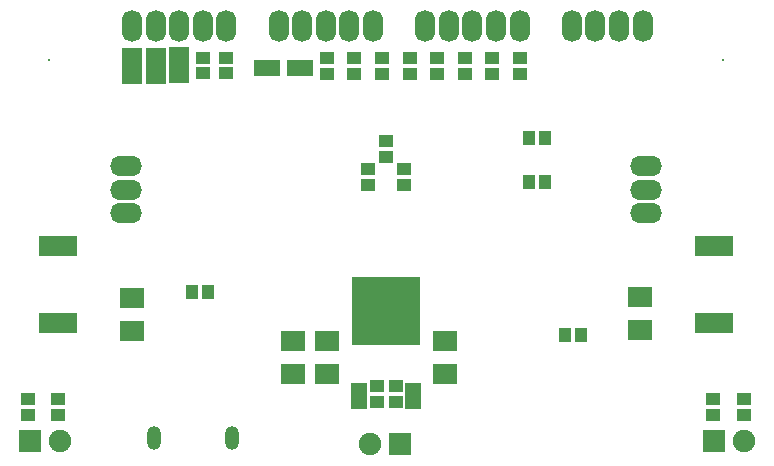
<source format=gbs>
G04 Layer_Color=16711935*
%FSLAX44Y44*%
%MOMM*%
G71*
G01*
G75*
%ADD75R,1.1032X1.2032*%
%ADD76R,1.2032X1.1032*%
%ADD80R,1.1532X1.0532*%
%ADD86R,2.2032X1.4032*%
%ADD91O,1.2032X2.0032*%
%ADD92C,1.9032*%
%ADD93R,1.9032X1.9032*%
%ADD94O,2.7032X1.7032*%
%ADD95O,1.7032X2.7032*%
%ADD96C,0.2032*%
%ADD97R,1.7400X3.0500*%
%ADD98R,3.3032X1.8032*%
%ADD99R,1.4032X2.2032*%
%ADD100R,5.8032X5.8032*%
%ADD101R,2.0032X1.7032*%
%ADD102R,1.7032X0.5032*%
%ADD103R,1.7032X1.0032*%
D75*
X465500Y283500D02*
D03*
X452000D02*
D03*
X465500Y246500D02*
D03*
X452000D02*
D03*
X180000Y153500D02*
D03*
X166500D02*
D03*
X482250Y117000D02*
D03*
X495750D02*
D03*
D76*
X634000Y62750D02*
D03*
Y49250D02*
D03*
X608000Y62750D02*
D03*
Y49250D02*
D03*
X53000Y62750D02*
D03*
Y49250D02*
D03*
X28000Y62750D02*
D03*
Y49250D02*
D03*
X346000Y257750D02*
D03*
Y244250D02*
D03*
X316000Y257750D02*
D03*
Y244250D02*
D03*
X331000Y267750D02*
D03*
Y281250D02*
D03*
X281000Y338250D02*
D03*
Y351750D02*
D03*
X304357Y338250D02*
D03*
Y351750D02*
D03*
X327714Y338250D02*
D03*
Y351750D02*
D03*
X351071Y338250D02*
D03*
Y351750D02*
D03*
X374428Y338250D02*
D03*
Y351750D02*
D03*
X397786Y338250D02*
D03*
Y351750D02*
D03*
X421143Y338250D02*
D03*
Y351750D02*
D03*
X444500Y338250D02*
D03*
Y351750D02*
D03*
D80*
X323250Y73500D02*
D03*
Y60500D02*
D03*
X339250Y73500D02*
D03*
Y60500D02*
D03*
X196000Y338500D02*
D03*
Y351500D02*
D03*
X176000Y338500D02*
D03*
Y351500D02*
D03*
D86*
X230000Y343000D02*
D03*
X258000D02*
D03*
D91*
X200250Y29750D02*
D03*
X134250D02*
D03*
D92*
X317300Y25000D02*
D03*
X54750Y27000D02*
D03*
X634200D02*
D03*
D93*
X342700Y25000D02*
D03*
X29350Y27000D02*
D03*
X608800D02*
D03*
D94*
X551000Y220000D02*
D03*
Y240000D02*
D03*
Y260000D02*
D03*
X111000D02*
D03*
Y240000D02*
D03*
Y220000D02*
D03*
D95*
X364167Y378250D02*
D03*
X444167D02*
D03*
X384167D02*
D03*
X404167D02*
D03*
X424167D02*
D03*
X176000D02*
D03*
X156000D02*
D03*
X136000D02*
D03*
X196000D02*
D03*
X116000D02*
D03*
X548250D02*
D03*
X488250D02*
D03*
X508250D02*
D03*
X528250D02*
D03*
X240083D02*
D03*
X320083D02*
D03*
X260083D02*
D03*
X280083D02*
D03*
X300083D02*
D03*
D96*
X46000Y350000D02*
D03*
X616000D02*
D03*
D97*
X136000Y344750D02*
D03*
X116000D02*
D03*
X156000Y345750D02*
D03*
D98*
X53000Y192500D02*
D03*
Y127500D02*
D03*
X609000Y192500D02*
D03*
Y127500D02*
D03*
D99*
X308500Y65000D02*
D03*
X353500D02*
D03*
D100*
X331000Y137000D02*
D03*
D101*
X381000Y112000D02*
D03*
Y84000D02*
D03*
X281000Y112000D02*
D03*
Y84000D02*
D03*
X546125Y149375D02*
D03*
Y121375D02*
D03*
X115875Y120625D02*
D03*
Y148625D02*
D03*
X252500Y111750D02*
D03*
Y83750D02*
D03*
D102*
X136000Y353500D02*
D03*
X116000D02*
D03*
X156000Y354500D02*
D03*
D103*
X136000Y334500D02*
D03*
X116000D02*
D03*
X156000Y335500D02*
D03*
M02*

</source>
